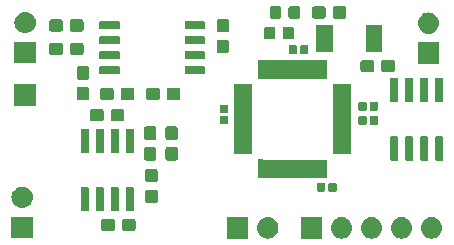
<source format=gbr>
G04 #@! TF.GenerationSoftware,KiCad,Pcbnew,(5.1.2)-2*
G04 #@! TF.CreationDate,2020-05-20T23:18:15+10:00*
G04 #@! TF.ProjectId,Heterodyne,48657465-726f-4647-996e-652e6b696361,rev?*
G04 #@! TF.SameCoordinates,Original*
G04 #@! TF.FileFunction,Soldermask,Top*
G04 #@! TF.FilePolarity,Negative*
%FSLAX46Y46*%
G04 Gerber Fmt 4.6, Leading zero omitted, Abs format (unit mm)*
G04 Created by KiCad (PCBNEW (5.1.2)-2) date 2020-05-20 23:18:15*
%MOMM*%
%LPD*%
G04 APERTURE LIST*
%ADD10C,0.100000*%
G04 APERTURE END LIST*
D10*
G36*
X140020443Y-65355519D02*
G01*
X140086627Y-65362037D01*
X140256466Y-65413557D01*
X140412991Y-65497222D01*
X140438702Y-65518323D01*
X140550186Y-65609814D01*
X140633448Y-65711271D01*
X140662778Y-65747009D01*
X140746443Y-65903534D01*
X140797963Y-66073373D01*
X140815359Y-66250000D01*
X140797963Y-66426627D01*
X140746443Y-66596466D01*
X140662778Y-66752991D01*
X140633448Y-66788729D01*
X140550186Y-66890186D01*
X140448729Y-66973448D01*
X140412991Y-67002778D01*
X140256466Y-67086443D01*
X140086627Y-67137963D01*
X140020442Y-67144482D01*
X139954260Y-67151000D01*
X139865740Y-67151000D01*
X139799558Y-67144482D01*
X139733373Y-67137963D01*
X139563534Y-67086443D01*
X139407009Y-67002778D01*
X139371271Y-66973448D01*
X139269814Y-66890186D01*
X139186552Y-66788729D01*
X139157222Y-66752991D01*
X139073557Y-66596466D01*
X139022037Y-66426627D01*
X139004641Y-66250000D01*
X139022037Y-66073373D01*
X139073557Y-65903534D01*
X139157222Y-65747009D01*
X139186552Y-65711271D01*
X139269814Y-65609814D01*
X139381298Y-65518323D01*
X139407009Y-65497222D01*
X139563534Y-65413557D01*
X139733373Y-65362037D01*
X139799557Y-65355519D01*
X139865740Y-65349000D01*
X139954260Y-65349000D01*
X140020443Y-65355519D01*
X140020443Y-65355519D01*
G37*
G36*
X137480443Y-65355519D02*
G01*
X137546627Y-65362037D01*
X137716466Y-65413557D01*
X137872991Y-65497222D01*
X137898702Y-65518323D01*
X138010186Y-65609814D01*
X138093448Y-65711271D01*
X138122778Y-65747009D01*
X138206443Y-65903534D01*
X138257963Y-66073373D01*
X138275359Y-66250000D01*
X138257963Y-66426627D01*
X138206443Y-66596466D01*
X138122778Y-66752991D01*
X138093448Y-66788729D01*
X138010186Y-66890186D01*
X137908729Y-66973448D01*
X137872991Y-67002778D01*
X137716466Y-67086443D01*
X137546627Y-67137963D01*
X137480442Y-67144482D01*
X137414260Y-67151000D01*
X137325740Y-67151000D01*
X137259558Y-67144482D01*
X137193373Y-67137963D01*
X137023534Y-67086443D01*
X136867009Y-67002778D01*
X136831271Y-66973448D01*
X136729814Y-66890186D01*
X136646552Y-66788729D01*
X136617222Y-66752991D01*
X136533557Y-66596466D01*
X136482037Y-66426627D01*
X136464641Y-66250000D01*
X136482037Y-66073373D01*
X136533557Y-65903534D01*
X136617222Y-65747009D01*
X136646552Y-65711271D01*
X136729814Y-65609814D01*
X136841298Y-65518323D01*
X136867009Y-65497222D01*
X137023534Y-65413557D01*
X137193373Y-65362037D01*
X137259557Y-65355519D01*
X137325740Y-65349000D01*
X137414260Y-65349000D01*
X137480443Y-65355519D01*
X137480443Y-65355519D01*
G37*
G36*
X130651000Y-67151000D02*
G01*
X128849000Y-67151000D01*
X128849000Y-65349000D01*
X130651000Y-65349000D01*
X130651000Y-67151000D01*
X130651000Y-67151000D01*
G37*
G36*
X132400443Y-65355519D02*
G01*
X132466627Y-65362037D01*
X132636466Y-65413557D01*
X132792991Y-65497222D01*
X132818702Y-65518323D01*
X132930186Y-65609814D01*
X133013448Y-65711271D01*
X133042778Y-65747009D01*
X133126443Y-65903534D01*
X133177963Y-66073373D01*
X133195359Y-66250000D01*
X133177963Y-66426627D01*
X133126443Y-66596466D01*
X133042778Y-66752991D01*
X133013448Y-66788729D01*
X132930186Y-66890186D01*
X132828729Y-66973448D01*
X132792991Y-67002778D01*
X132636466Y-67086443D01*
X132466627Y-67137963D01*
X132400442Y-67144482D01*
X132334260Y-67151000D01*
X132245740Y-67151000D01*
X132179558Y-67144482D01*
X132113373Y-67137963D01*
X131943534Y-67086443D01*
X131787009Y-67002778D01*
X131751271Y-66973448D01*
X131649814Y-66890186D01*
X131566552Y-66788729D01*
X131537222Y-66752991D01*
X131453557Y-66596466D01*
X131402037Y-66426627D01*
X131384641Y-66250000D01*
X131402037Y-66073373D01*
X131453557Y-65903534D01*
X131537222Y-65747009D01*
X131566552Y-65711271D01*
X131649814Y-65609814D01*
X131761298Y-65518323D01*
X131787009Y-65497222D01*
X131943534Y-65413557D01*
X132113373Y-65362037D01*
X132179557Y-65355519D01*
X132245740Y-65349000D01*
X132334260Y-65349000D01*
X132400443Y-65355519D01*
X132400443Y-65355519D01*
G37*
G36*
X124401000Y-67151000D02*
G01*
X122599000Y-67151000D01*
X122599000Y-65349000D01*
X124401000Y-65349000D01*
X124401000Y-67151000D01*
X124401000Y-67151000D01*
G37*
G36*
X134940443Y-65355519D02*
G01*
X135006627Y-65362037D01*
X135176466Y-65413557D01*
X135332991Y-65497222D01*
X135358702Y-65518323D01*
X135470186Y-65609814D01*
X135553448Y-65711271D01*
X135582778Y-65747009D01*
X135666443Y-65903534D01*
X135717963Y-66073373D01*
X135735359Y-66250000D01*
X135717963Y-66426627D01*
X135666443Y-66596466D01*
X135582778Y-66752991D01*
X135553448Y-66788729D01*
X135470186Y-66890186D01*
X135368729Y-66973448D01*
X135332991Y-67002778D01*
X135176466Y-67086443D01*
X135006627Y-67137963D01*
X134940442Y-67144482D01*
X134874260Y-67151000D01*
X134785740Y-67151000D01*
X134719558Y-67144482D01*
X134653373Y-67137963D01*
X134483534Y-67086443D01*
X134327009Y-67002778D01*
X134291271Y-66973448D01*
X134189814Y-66890186D01*
X134106552Y-66788729D01*
X134077222Y-66752991D01*
X133993557Y-66596466D01*
X133942037Y-66426627D01*
X133924641Y-66250000D01*
X133942037Y-66073373D01*
X133993557Y-65903534D01*
X134077222Y-65747009D01*
X134106552Y-65711271D01*
X134189814Y-65609814D01*
X134301298Y-65518323D01*
X134327009Y-65497222D01*
X134483534Y-65413557D01*
X134653373Y-65362037D01*
X134719557Y-65355519D01*
X134785740Y-65349000D01*
X134874260Y-65349000D01*
X134940443Y-65355519D01*
X134940443Y-65355519D01*
G37*
G36*
X126150443Y-65355519D02*
G01*
X126216627Y-65362037D01*
X126386466Y-65413557D01*
X126542991Y-65497222D01*
X126568702Y-65518323D01*
X126680186Y-65609814D01*
X126763448Y-65711271D01*
X126792778Y-65747009D01*
X126876443Y-65903534D01*
X126927963Y-66073373D01*
X126945359Y-66250000D01*
X126927963Y-66426627D01*
X126876443Y-66596466D01*
X126792778Y-66752991D01*
X126763448Y-66788729D01*
X126680186Y-66890186D01*
X126578729Y-66973448D01*
X126542991Y-67002778D01*
X126386466Y-67086443D01*
X126216627Y-67137963D01*
X126150442Y-67144482D01*
X126084260Y-67151000D01*
X125995740Y-67151000D01*
X125929558Y-67144482D01*
X125863373Y-67137963D01*
X125693534Y-67086443D01*
X125537009Y-67002778D01*
X125501271Y-66973448D01*
X125399814Y-66890186D01*
X125316552Y-66788729D01*
X125287222Y-66752991D01*
X125203557Y-66596466D01*
X125152037Y-66426627D01*
X125134641Y-66250000D01*
X125152037Y-66073373D01*
X125203557Y-65903534D01*
X125287222Y-65747009D01*
X125316552Y-65711271D01*
X125399814Y-65609814D01*
X125511298Y-65518323D01*
X125537009Y-65497222D01*
X125693534Y-65413557D01*
X125863373Y-65362037D01*
X125929557Y-65355519D01*
X125995740Y-65349000D01*
X126084260Y-65349000D01*
X126150443Y-65355519D01*
X126150443Y-65355519D01*
G37*
G36*
X106151000Y-67101000D02*
G01*
X104349000Y-67101000D01*
X104349000Y-65299000D01*
X106151000Y-65299000D01*
X106151000Y-67101000D01*
X106151000Y-67101000D01*
G37*
G36*
X112939499Y-65478445D02*
G01*
X112976995Y-65489820D01*
X113011554Y-65508292D01*
X113041847Y-65533153D01*
X113066708Y-65563446D01*
X113085180Y-65598005D01*
X113096555Y-65635501D01*
X113101000Y-65680638D01*
X113101000Y-66319362D01*
X113096555Y-66364499D01*
X113085180Y-66401995D01*
X113066708Y-66436554D01*
X113041847Y-66466847D01*
X113011554Y-66491708D01*
X112976995Y-66510180D01*
X112939499Y-66521555D01*
X112894362Y-66526000D01*
X112155638Y-66526000D01*
X112110501Y-66521555D01*
X112073005Y-66510180D01*
X112038446Y-66491708D01*
X112008153Y-66466847D01*
X111983292Y-66436554D01*
X111964820Y-66401995D01*
X111953445Y-66364499D01*
X111949000Y-66319362D01*
X111949000Y-65680638D01*
X111953445Y-65635501D01*
X111964820Y-65598005D01*
X111983292Y-65563446D01*
X112008153Y-65533153D01*
X112038446Y-65508292D01*
X112073005Y-65489820D01*
X112110501Y-65478445D01*
X112155638Y-65474000D01*
X112894362Y-65474000D01*
X112939499Y-65478445D01*
X112939499Y-65478445D01*
G37*
G36*
X114689499Y-65478445D02*
G01*
X114726995Y-65489820D01*
X114761554Y-65508292D01*
X114791847Y-65533153D01*
X114816708Y-65563446D01*
X114835180Y-65598005D01*
X114846555Y-65635501D01*
X114851000Y-65680638D01*
X114851000Y-66319362D01*
X114846555Y-66364499D01*
X114835180Y-66401995D01*
X114816708Y-66436554D01*
X114791847Y-66466847D01*
X114761554Y-66491708D01*
X114726995Y-66510180D01*
X114689499Y-66521555D01*
X114644362Y-66526000D01*
X113905638Y-66526000D01*
X113860501Y-66521555D01*
X113823005Y-66510180D01*
X113788446Y-66491708D01*
X113758153Y-66466847D01*
X113733292Y-66436554D01*
X113714820Y-66401995D01*
X113703445Y-66364499D01*
X113699000Y-66319362D01*
X113699000Y-65680638D01*
X113703445Y-65635501D01*
X113714820Y-65598005D01*
X113733292Y-65563446D01*
X113758153Y-65533153D01*
X113788446Y-65508292D01*
X113823005Y-65489820D01*
X113860501Y-65478445D01*
X113905638Y-65474000D01*
X114644362Y-65474000D01*
X114689499Y-65478445D01*
X114689499Y-65478445D01*
G37*
G36*
X114614928Y-62801764D02*
G01*
X114636009Y-62808160D01*
X114655445Y-62818548D01*
X114672476Y-62832524D01*
X114686452Y-62849555D01*
X114696840Y-62868991D01*
X114703236Y-62890072D01*
X114706000Y-62918140D01*
X114706000Y-64731860D01*
X114703236Y-64759928D01*
X114696840Y-64781009D01*
X114686452Y-64800445D01*
X114672476Y-64817476D01*
X114655445Y-64831452D01*
X114636009Y-64841840D01*
X114614928Y-64848236D01*
X114586860Y-64851000D01*
X114123140Y-64851000D01*
X114095072Y-64848236D01*
X114073991Y-64841840D01*
X114054555Y-64831452D01*
X114037524Y-64817476D01*
X114023548Y-64800445D01*
X114013160Y-64781009D01*
X114006764Y-64759928D01*
X114004000Y-64731860D01*
X114004000Y-62918140D01*
X114006764Y-62890072D01*
X114013160Y-62868991D01*
X114023548Y-62849555D01*
X114037524Y-62832524D01*
X114054555Y-62818548D01*
X114073991Y-62808160D01*
X114095072Y-62801764D01*
X114123140Y-62799000D01*
X114586860Y-62799000D01*
X114614928Y-62801764D01*
X114614928Y-62801764D01*
G37*
G36*
X113344928Y-62801764D02*
G01*
X113366009Y-62808160D01*
X113385445Y-62818548D01*
X113402476Y-62832524D01*
X113416452Y-62849555D01*
X113426840Y-62868991D01*
X113433236Y-62890072D01*
X113436000Y-62918140D01*
X113436000Y-64731860D01*
X113433236Y-64759928D01*
X113426840Y-64781009D01*
X113416452Y-64800445D01*
X113402476Y-64817476D01*
X113385445Y-64831452D01*
X113366009Y-64841840D01*
X113344928Y-64848236D01*
X113316860Y-64851000D01*
X112853140Y-64851000D01*
X112825072Y-64848236D01*
X112803991Y-64841840D01*
X112784555Y-64831452D01*
X112767524Y-64817476D01*
X112753548Y-64800445D01*
X112743160Y-64781009D01*
X112736764Y-64759928D01*
X112734000Y-64731860D01*
X112734000Y-62918140D01*
X112736764Y-62890072D01*
X112743160Y-62868991D01*
X112753548Y-62849555D01*
X112767524Y-62832524D01*
X112784555Y-62818548D01*
X112803991Y-62808160D01*
X112825072Y-62801764D01*
X112853140Y-62799000D01*
X113316860Y-62799000D01*
X113344928Y-62801764D01*
X113344928Y-62801764D01*
G37*
G36*
X112074928Y-62801764D02*
G01*
X112096009Y-62808160D01*
X112115445Y-62818548D01*
X112132476Y-62832524D01*
X112146452Y-62849555D01*
X112156840Y-62868991D01*
X112163236Y-62890072D01*
X112166000Y-62918140D01*
X112166000Y-64731860D01*
X112163236Y-64759928D01*
X112156840Y-64781009D01*
X112146452Y-64800445D01*
X112132476Y-64817476D01*
X112115445Y-64831452D01*
X112096009Y-64841840D01*
X112074928Y-64848236D01*
X112046860Y-64851000D01*
X111583140Y-64851000D01*
X111555072Y-64848236D01*
X111533991Y-64841840D01*
X111514555Y-64831452D01*
X111497524Y-64817476D01*
X111483548Y-64800445D01*
X111473160Y-64781009D01*
X111466764Y-64759928D01*
X111464000Y-64731860D01*
X111464000Y-62918140D01*
X111466764Y-62890072D01*
X111473160Y-62868991D01*
X111483548Y-62849555D01*
X111497524Y-62832524D01*
X111514555Y-62818548D01*
X111533991Y-62808160D01*
X111555072Y-62801764D01*
X111583140Y-62799000D01*
X112046860Y-62799000D01*
X112074928Y-62801764D01*
X112074928Y-62801764D01*
G37*
G36*
X110804928Y-62801764D02*
G01*
X110826009Y-62808160D01*
X110845445Y-62818548D01*
X110862476Y-62832524D01*
X110876452Y-62849555D01*
X110886840Y-62868991D01*
X110893236Y-62890072D01*
X110896000Y-62918140D01*
X110896000Y-64731860D01*
X110893236Y-64759928D01*
X110886840Y-64781009D01*
X110876452Y-64800445D01*
X110862476Y-64817476D01*
X110845445Y-64831452D01*
X110826009Y-64841840D01*
X110804928Y-64848236D01*
X110776860Y-64851000D01*
X110313140Y-64851000D01*
X110285072Y-64848236D01*
X110263991Y-64841840D01*
X110244555Y-64831452D01*
X110227524Y-64817476D01*
X110213548Y-64800445D01*
X110203160Y-64781009D01*
X110196764Y-64759928D01*
X110194000Y-64731860D01*
X110194000Y-62918140D01*
X110196764Y-62890072D01*
X110203160Y-62868991D01*
X110213548Y-62849555D01*
X110227524Y-62832524D01*
X110244555Y-62818548D01*
X110263991Y-62808160D01*
X110285072Y-62801764D01*
X110313140Y-62799000D01*
X110776860Y-62799000D01*
X110804928Y-62801764D01*
X110804928Y-62801764D01*
G37*
G36*
X105360443Y-62765519D02*
G01*
X105426627Y-62772037D01*
X105596466Y-62823557D01*
X105596468Y-62823558D01*
X105646691Y-62850403D01*
X105752991Y-62907222D01*
X105788729Y-62936552D01*
X105890186Y-63019814D01*
X105958090Y-63102557D01*
X106002778Y-63157009D01*
X106086443Y-63313534D01*
X106137963Y-63483373D01*
X106155359Y-63660000D01*
X106137963Y-63836627D01*
X106086443Y-64006466D01*
X106002778Y-64162991D01*
X105973448Y-64198729D01*
X105890186Y-64300186D01*
X105788729Y-64383448D01*
X105752991Y-64412778D01*
X105596466Y-64496443D01*
X105426627Y-64547963D01*
X105360442Y-64554482D01*
X105294260Y-64561000D01*
X105205740Y-64561000D01*
X105139558Y-64554482D01*
X105073373Y-64547963D01*
X104903534Y-64496443D01*
X104747009Y-64412778D01*
X104711271Y-64383448D01*
X104609814Y-64300186D01*
X104526552Y-64198729D01*
X104497222Y-64162991D01*
X104413557Y-64006466D01*
X104362037Y-63836627D01*
X104344641Y-63660000D01*
X104362037Y-63483373D01*
X104413557Y-63313534D01*
X104497222Y-63157009D01*
X104541910Y-63102557D01*
X104609814Y-63019814D01*
X104711271Y-62936552D01*
X104747009Y-62907222D01*
X104853309Y-62850403D01*
X104903532Y-62823558D01*
X104903534Y-62823557D01*
X105073373Y-62772037D01*
X105139557Y-62765519D01*
X105205740Y-62759000D01*
X105294260Y-62759000D01*
X105360443Y-62765519D01*
X105360443Y-62765519D01*
G37*
G36*
X116564499Y-63003445D02*
G01*
X116601995Y-63014820D01*
X116636554Y-63033292D01*
X116666847Y-63058153D01*
X116691708Y-63088446D01*
X116710180Y-63123005D01*
X116721555Y-63160501D01*
X116726000Y-63205638D01*
X116726000Y-63944362D01*
X116721555Y-63989499D01*
X116710180Y-64026995D01*
X116691708Y-64061554D01*
X116666847Y-64091847D01*
X116636554Y-64116708D01*
X116601995Y-64135180D01*
X116564499Y-64146555D01*
X116519362Y-64151000D01*
X115880638Y-64151000D01*
X115835501Y-64146555D01*
X115798005Y-64135180D01*
X115763446Y-64116708D01*
X115733153Y-64091847D01*
X115708292Y-64061554D01*
X115689820Y-64026995D01*
X115678445Y-63989499D01*
X115674000Y-63944362D01*
X115674000Y-63205638D01*
X115678445Y-63160501D01*
X115689820Y-63123005D01*
X115708292Y-63088446D01*
X115733153Y-63058153D01*
X115763446Y-63033292D01*
X115798005Y-63014820D01*
X115835501Y-63003445D01*
X115880638Y-62999000D01*
X116519362Y-62999000D01*
X116564499Y-63003445D01*
X116564499Y-63003445D01*
G37*
G36*
X130821938Y-62431716D02*
G01*
X130842557Y-62437971D01*
X130861553Y-62448124D01*
X130878208Y-62461792D01*
X130891876Y-62478447D01*
X130902029Y-62497443D01*
X130908284Y-62518062D01*
X130911000Y-62545640D01*
X130911000Y-63054360D01*
X130908284Y-63081938D01*
X130902029Y-63102557D01*
X130891876Y-63121553D01*
X130878208Y-63138208D01*
X130861553Y-63151876D01*
X130842557Y-63162029D01*
X130821938Y-63168284D01*
X130794360Y-63171000D01*
X130335640Y-63171000D01*
X130308062Y-63168284D01*
X130287443Y-63162029D01*
X130268447Y-63151876D01*
X130251792Y-63138208D01*
X130238124Y-63121553D01*
X130227971Y-63102557D01*
X130221716Y-63081938D01*
X130219000Y-63054360D01*
X130219000Y-62545640D01*
X130221716Y-62518062D01*
X130227971Y-62497443D01*
X130238124Y-62478447D01*
X130251792Y-62461792D01*
X130268447Y-62448124D01*
X130287443Y-62437971D01*
X130308062Y-62431716D01*
X130335640Y-62429000D01*
X130794360Y-62429000D01*
X130821938Y-62431716D01*
X130821938Y-62431716D01*
G37*
G36*
X131791938Y-62431716D02*
G01*
X131812557Y-62437971D01*
X131831553Y-62448124D01*
X131848208Y-62461792D01*
X131861876Y-62478447D01*
X131872029Y-62497443D01*
X131878284Y-62518062D01*
X131881000Y-62545640D01*
X131881000Y-63054360D01*
X131878284Y-63081938D01*
X131872029Y-63102557D01*
X131861876Y-63121553D01*
X131848208Y-63138208D01*
X131831553Y-63151876D01*
X131812557Y-63162029D01*
X131791938Y-63168284D01*
X131764360Y-63171000D01*
X131305640Y-63171000D01*
X131278062Y-63168284D01*
X131257443Y-63162029D01*
X131238447Y-63151876D01*
X131221792Y-63138208D01*
X131208124Y-63121553D01*
X131197971Y-63102557D01*
X131191716Y-63081938D01*
X131189000Y-63054360D01*
X131189000Y-62545640D01*
X131191716Y-62518062D01*
X131197971Y-62497443D01*
X131208124Y-62478447D01*
X131221792Y-62461792D01*
X131238447Y-62448124D01*
X131257443Y-62437971D01*
X131278062Y-62431716D01*
X131305640Y-62429000D01*
X131764360Y-62429000D01*
X131791938Y-62431716D01*
X131791938Y-62431716D01*
G37*
G36*
X116564499Y-61253445D02*
G01*
X116601995Y-61264820D01*
X116636554Y-61283292D01*
X116666847Y-61308153D01*
X116691708Y-61338446D01*
X116710180Y-61373005D01*
X116721555Y-61410501D01*
X116726000Y-61455638D01*
X116726000Y-62194362D01*
X116721555Y-62239499D01*
X116710180Y-62276995D01*
X116691708Y-62311554D01*
X116666847Y-62341847D01*
X116636554Y-62366708D01*
X116601995Y-62385180D01*
X116564499Y-62396555D01*
X116519362Y-62401000D01*
X115880638Y-62401000D01*
X115835501Y-62396555D01*
X115798005Y-62385180D01*
X115763446Y-62366708D01*
X115733153Y-62341847D01*
X115708292Y-62311554D01*
X115689820Y-62276995D01*
X115678445Y-62239499D01*
X115674000Y-62194362D01*
X115674000Y-61455638D01*
X115678445Y-61410501D01*
X115689820Y-61373005D01*
X115708292Y-61338446D01*
X115733153Y-61308153D01*
X115763446Y-61283292D01*
X115798005Y-61264820D01*
X115835501Y-61253445D01*
X115880638Y-61249000D01*
X116519362Y-61249000D01*
X116564499Y-61253445D01*
X116564499Y-61253445D01*
G37*
G36*
X125656553Y-60452934D02*
G01*
X125678164Y-60464485D01*
X125701613Y-60471598D01*
X125725999Y-60474000D01*
X131101000Y-60474000D01*
X131101000Y-62026000D01*
X125654333Y-62026000D01*
X125643447Y-62017066D01*
X125621836Y-62005515D01*
X125598387Y-61998402D01*
X125574001Y-61996000D01*
X125199000Y-61996000D01*
X125199000Y-60444000D01*
X125645667Y-60444000D01*
X125656553Y-60452934D01*
X125656553Y-60452934D01*
G37*
G36*
X116464499Y-59403445D02*
G01*
X116501995Y-59414820D01*
X116536554Y-59433292D01*
X116566847Y-59458153D01*
X116591708Y-59488446D01*
X116610180Y-59523005D01*
X116621555Y-59560501D01*
X116626000Y-59605638D01*
X116626000Y-60344362D01*
X116621555Y-60389499D01*
X116610180Y-60426995D01*
X116591708Y-60461554D01*
X116566847Y-60491847D01*
X116536554Y-60516708D01*
X116501995Y-60535180D01*
X116464499Y-60546555D01*
X116419362Y-60551000D01*
X115780638Y-60551000D01*
X115735501Y-60546555D01*
X115698005Y-60535180D01*
X115663446Y-60516708D01*
X115633153Y-60491847D01*
X115608292Y-60461554D01*
X115589820Y-60426995D01*
X115578445Y-60389499D01*
X115574000Y-60344362D01*
X115574000Y-59605638D01*
X115578445Y-59560501D01*
X115589820Y-59523005D01*
X115608292Y-59488446D01*
X115633153Y-59458153D01*
X115663446Y-59433292D01*
X115698005Y-59414820D01*
X115735501Y-59403445D01*
X115780638Y-59399000D01*
X116419362Y-59399000D01*
X116464499Y-59403445D01*
X116464499Y-59403445D01*
G37*
G36*
X118264499Y-59403445D02*
G01*
X118301995Y-59414820D01*
X118336554Y-59433292D01*
X118366847Y-59458153D01*
X118391708Y-59488446D01*
X118410180Y-59523005D01*
X118421555Y-59560501D01*
X118426000Y-59605638D01*
X118426000Y-60344362D01*
X118421555Y-60389499D01*
X118410180Y-60426995D01*
X118391708Y-60461554D01*
X118366847Y-60491847D01*
X118336554Y-60516708D01*
X118301995Y-60535180D01*
X118264499Y-60546555D01*
X118219362Y-60551000D01*
X117580638Y-60551000D01*
X117535501Y-60546555D01*
X117498005Y-60535180D01*
X117463446Y-60516708D01*
X117433153Y-60491847D01*
X117408292Y-60461554D01*
X117389820Y-60426995D01*
X117378445Y-60389499D01*
X117374000Y-60344362D01*
X117374000Y-59605638D01*
X117378445Y-59560501D01*
X117389820Y-59523005D01*
X117408292Y-59488446D01*
X117433153Y-59458153D01*
X117463446Y-59433292D01*
X117498005Y-59414820D01*
X117535501Y-59403445D01*
X117580638Y-59399000D01*
X118219362Y-59399000D01*
X118264499Y-59403445D01*
X118264499Y-59403445D01*
G37*
G36*
X137004928Y-58501764D02*
G01*
X137026009Y-58508160D01*
X137045445Y-58518548D01*
X137062476Y-58532524D01*
X137076452Y-58549555D01*
X137086840Y-58568991D01*
X137093236Y-58590072D01*
X137096000Y-58618140D01*
X137096000Y-60431860D01*
X137093236Y-60459928D01*
X137086840Y-60481009D01*
X137076452Y-60500445D01*
X137062476Y-60517476D01*
X137045445Y-60531452D01*
X137026009Y-60541840D01*
X137004928Y-60548236D01*
X136976860Y-60551000D01*
X136513140Y-60551000D01*
X136485072Y-60548236D01*
X136463991Y-60541840D01*
X136444555Y-60531452D01*
X136427524Y-60517476D01*
X136413548Y-60500445D01*
X136403160Y-60481009D01*
X136396764Y-60459928D01*
X136394000Y-60431860D01*
X136394000Y-58618140D01*
X136396764Y-58590072D01*
X136403160Y-58568991D01*
X136413548Y-58549555D01*
X136427524Y-58532524D01*
X136444555Y-58518548D01*
X136463991Y-58508160D01*
X136485072Y-58501764D01*
X136513140Y-58499000D01*
X136976860Y-58499000D01*
X137004928Y-58501764D01*
X137004928Y-58501764D01*
G37*
G36*
X139544928Y-58501764D02*
G01*
X139566009Y-58508160D01*
X139585445Y-58518548D01*
X139602476Y-58532524D01*
X139616452Y-58549555D01*
X139626840Y-58568991D01*
X139633236Y-58590072D01*
X139636000Y-58618140D01*
X139636000Y-60431860D01*
X139633236Y-60459928D01*
X139626840Y-60481009D01*
X139616452Y-60500445D01*
X139602476Y-60517476D01*
X139585445Y-60531452D01*
X139566009Y-60541840D01*
X139544928Y-60548236D01*
X139516860Y-60551000D01*
X139053140Y-60551000D01*
X139025072Y-60548236D01*
X139003991Y-60541840D01*
X138984555Y-60531452D01*
X138967524Y-60517476D01*
X138953548Y-60500445D01*
X138943160Y-60481009D01*
X138936764Y-60459928D01*
X138934000Y-60431860D01*
X138934000Y-58618140D01*
X138936764Y-58590072D01*
X138943160Y-58568991D01*
X138953548Y-58549555D01*
X138967524Y-58532524D01*
X138984555Y-58518548D01*
X139003991Y-58508160D01*
X139025072Y-58501764D01*
X139053140Y-58499000D01*
X139516860Y-58499000D01*
X139544928Y-58501764D01*
X139544928Y-58501764D01*
G37*
G36*
X140814928Y-58501764D02*
G01*
X140836009Y-58508160D01*
X140855445Y-58518548D01*
X140872476Y-58532524D01*
X140886452Y-58549555D01*
X140896840Y-58568991D01*
X140903236Y-58590072D01*
X140906000Y-58618140D01*
X140906000Y-60431860D01*
X140903236Y-60459928D01*
X140896840Y-60481009D01*
X140886452Y-60500445D01*
X140872476Y-60517476D01*
X140855445Y-60531452D01*
X140836009Y-60541840D01*
X140814928Y-60548236D01*
X140786860Y-60551000D01*
X140323140Y-60551000D01*
X140295072Y-60548236D01*
X140273991Y-60541840D01*
X140254555Y-60531452D01*
X140237524Y-60517476D01*
X140223548Y-60500445D01*
X140213160Y-60481009D01*
X140206764Y-60459928D01*
X140204000Y-60431860D01*
X140204000Y-58618140D01*
X140206764Y-58590072D01*
X140213160Y-58568991D01*
X140223548Y-58549555D01*
X140237524Y-58532524D01*
X140254555Y-58518548D01*
X140273991Y-58508160D01*
X140295072Y-58501764D01*
X140323140Y-58499000D01*
X140786860Y-58499000D01*
X140814928Y-58501764D01*
X140814928Y-58501764D01*
G37*
G36*
X138274928Y-58501764D02*
G01*
X138296009Y-58508160D01*
X138315445Y-58518548D01*
X138332476Y-58532524D01*
X138346452Y-58549555D01*
X138356840Y-58568991D01*
X138363236Y-58590072D01*
X138366000Y-58618140D01*
X138366000Y-60431860D01*
X138363236Y-60459928D01*
X138356840Y-60481009D01*
X138346452Y-60500445D01*
X138332476Y-60517476D01*
X138315445Y-60531452D01*
X138296009Y-60541840D01*
X138274928Y-60548236D01*
X138246860Y-60551000D01*
X137783140Y-60551000D01*
X137755072Y-60548236D01*
X137733991Y-60541840D01*
X137714555Y-60531452D01*
X137697524Y-60517476D01*
X137683548Y-60500445D01*
X137673160Y-60481009D01*
X137666764Y-60459928D01*
X137664000Y-60431860D01*
X137664000Y-58618140D01*
X137666764Y-58590072D01*
X137673160Y-58568991D01*
X137683548Y-58549555D01*
X137697524Y-58532524D01*
X137714555Y-58518548D01*
X137733991Y-58508160D01*
X137755072Y-58501764D01*
X137783140Y-58499000D01*
X138246860Y-58499000D01*
X138274928Y-58501764D01*
X138274928Y-58501764D01*
G37*
G36*
X133126000Y-60001000D02*
G01*
X131574000Y-60001000D01*
X131574000Y-54099000D01*
X133126000Y-54099000D01*
X133126000Y-60001000D01*
X133126000Y-60001000D01*
G37*
G36*
X124726000Y-60001000D02*
G01*
X123174000Y-60001000D01*
X123174000Y-54099000D01*
X124726000Y-54099000D01*
X124726000Y-60001000D01*
X124726000Y-60001000D01*
G37*
G36*
X114614928Y-57851764D02*
G01*
X114636009Y-57858160D01*
X114655445Y-57868548D01*
X114672476Y-57882524D01*
X114686452Y-57899555D01*
X114696840Y-57918991D01*
X114703236Y-57940072D01*
X114706000Y-57968140D01*
X114706000Y-59781860D01*
X114703236Y-59809928D01*
X114696840Y-59831009D01*
X114686452Y-59850445D01*
X114672476Y-59867476D01*
X114655445Y-59881452D01*
X114636009Y-59891840D01*
X114614928Y-59898236D01*
X114586860Y-59901000D01*
X114123140Y-59901000D01*
X114095072Y-59898236D01*
X114073991Y-59891840D01*
X114054555Y-59881452D01*
X114037524Y-59867476D01*
X114023548Y-59850445D01*
X114013160Y-59831009D01*
X114006764Y-59809928D01*
X114004000Y-59781860D01*
X114004000Y-57968140D01*
X114006764Y-57940072D01*
X114013160Y-57918991D01*
X114023548Y-57899555D01*
X114037524Y-57882524D01*
X114054555Y-57868548D01*
X114073991Y-57858160D01*
X114095072Y-57851764D01*
X114123140Y-57849000D01*
X114586860Y-57849000D01*
X114614928Y-57851764D01*
X114614928Y-57851764D01*
G37*
G36*
X113344928Y-57851764D02*
G01*
X113366009Y-57858160D01*
X113385445Y-57868548D01*
X113402476Y-57882524D01*
X113416452Y-57899555D01*
X113426840Y-57918991D01*
X113433236Y-57940072D01*
X113436000Y-57968140D01*
X113436000Y-59781860D01*
X113433236Y-59809928D01*
X113426840Y-59831009D01*
X113416452Y-59850445D01*
X113402476Y-59867476D01*
X113385445Y-59881452D01*
X113366009Y-59891840D01*
X113344928Y-59898236D01*
X113316860Y-59901000D01*
X112853140Y-59901000D01*
X112825072Y-59898236D01*
X112803991Y-59891840D01*
X112784555Y-59881452D01*
X112767524Y-59867476D01*
X112753548Y-59850445D01*
X112743160Y-59831009D01*
X112736764Y-59809928D01*
X112734000Y-59781860D01*
X112734000Y-57968140D01*
X112736764Y-57940072D01*
X112743160Y-57918991D01*
X112753548Y-57899555D01*
X112767524Y-57882524D01*
X112784555Y-57868548D01*
X112803991Y-57858160D01*
X112825072Y-57851764D01*
X112853140Y-57849000D01*
X113316860Y-57849000D01*
X113344928Y-57851764D01*
X113344928Y-57851764D01*
G37*
G36*
X112074928Y-57851764D02*
G01*
X112096009Y-57858160D01*
X112115445Y-57868548D01*
X112132476Y-57882524D01*
X112146452Y-57899555D01*
X112156840Y-57918991D01*
X112163236Y-57940072D01*
X112166000Y-57968140D01*
X112166000Y-59781860D01*
X112163236Y-59809928D01*
X112156840Y-59831009D01*
X112146452Y-59850445D01*
X112132476Y-59867476D01*
X112115445Y-59881452D01*
X112096009Y-59891840D01*
X112074928Y-59898236D01*
X112046860Y-59901000D01*
X111583140Y-59901000D01*
X111555072Y-59898236D01*
X111533991Y-59891840D01*
X111514555Y-59881452D01*
X111497524Y-59867476D01*
X111483548Y-59850445D01*
X111473160Y-59831009D01*
X111466764Y-59809928D01*
X111464000Y-59781860D01*
X111464000Y-57968140D01*
X111466764Y-57940072D01*
X111473160Y-57918991D01*
X111483548Y-57899555D01*
X111497524Y-57882524D01*
X111514555Y-57868548D01*
X111533991Y-57858160D01*
X111555072Y-57851764D01*
X111583140Y-57849000D01*
X112046860Y-57849000D01*
X112074928Y-57851764D01*
X112074928Y-57851764D01*
G37*
G36*
X110804928Y-57851764D02*
G01*
X110826009Y-57858160D01*
X110845445Y-57868548D01*
X110862476Y-57882524D01*
X110876452Y-57899555D01*
X110886840Y-57918991D01*
X110893236Y-57940072D01*
X110896000Y-57968140D01*
X110896000Y-59781860D01*
X110893236Y-59809928D01*
X110886840Y-59831009D01*
X110876452Y-59850445D01*
X110862476Y-59867476D01*
X110845445Y-59881452D01*
X110826009Y-59891840D01*
X110804928Y-59898236D01*
X110776860Y-59901000D01*
X110313140Y-59901000D01*
X110285072Y-59898236D01*
X110263991Y-59891840D01*
X110244555Y-59881452D01*
X110227524Y-59867476D01*
X110213548Y-59850445D01*
X110203160Y-59831009D01*
X110196764Y-59809928D01*
X110194000Y-59781860D01*
X110194000Y-57968140D01*
X110196764Y-57940072D01*
X110203160Y-57918991D01*
X110213548Y-57899555D01*
X110227524Y-57882524D01*
X110244555Y-57868548D01*
X110263991Y-57858160D01*
X110285072Y-57851764D01*
X110313140Y-57849000D01*
X110776860Y-57849000D01*
X110804928Y-57851764D01*
X110804928Y-57851764D01*
G37*
G36*
X118264499Y-57653445D02*
G01*
X118301995Y-57664820D01*
X118336554Y-57683292D01*
X118366847Y-57708153D01*
X118391708Y-57738446D01*
X118410180Y-57773005D01*
X118421555Y-57810501D01*
X118426000Y-57855638D01*
X118426000Y-58594362D01*
X118421555Y-58639499D01*
X118410180Y-58676995D01*
X118391708Y-58711554D01*
X118366847Y-58741847D01*
X118336554Y-58766708D01*
X118301995Y-58785180D01*
X118264499Y-58796555D01*
X118219362Y-58801000D01*
X117580638Y-58801000D01*
X117535501Y-58796555D01*
X117498005Y-58785180D01*
X117463446Y-58766708D01*
X117433153Y-58741847D01*
X117408292Y-58711554D01*
X117389820Y-58676995D01*
X117378445Y-58639499D01*
X117374000Y-58594362D01*
X117374000Y-57855638D01*
X117378445Y-57810501D01*
X117389820Y-57773005D01*
X117408292Y-57738446D01*
X117433153Y-57708153D01*
X117463446Y-57683292D01*
X117498005Y-57664820D01*
X117535501Y-57653445D01*
X117580638Y-57649000D01*
X118219362Y-57649000D01*
X118264499Y-57653445D01*
X118264499Y-57653445D01*
G37*
G36*
X116464499Y-57653445D02*
G01*
X116501995Y-57664820D01*
X116536554Y-57683292D01*
X116566847Y-57708153D01*
X116591708Y-57738446D01*
X116610180Y-57773005D01*
X116621555Y-57810501D01*
X116626000Y-57855638D01*
X116626000Y-58594362D01*
X116621555Y-58639499D01*
X116610180Y-58676995D01*
X116591708Y-58711554D01*
X116566847Y-58741847D01*
X116536554Y-58766708D01*
X116501995Y-58785180D01*
X116464499Y-58796555D01*
X116419362Y-58801000D01*
X115780638Y-58801000D01*
X115735501Y-58796555D01*
X115698005Y-58785180D01*
X115663446Y-58766708D01*
X115633153Y-58741847D01*
X115608292Y-58711554D01*
X115589820Y-58676995D01*
X115578445Y-58639499D01*
X115574000Y-58594362D01*
X115574000Y-57855638D01*
X115578445Y-57810501D01*
X115589820Y-57773005D01*
X115608292Y-57738446D01*
X115633153Y-57708153D01*
X115663446Y-57683292D01*
X115698005Y-57664820D01*
X115735501Y-57653445D01*
X115780638Y-57649000D01*
X116419362Y-57649000D01*
X116464499Y-57653445D01*
X116464499Y-57653445D01*
G37*
G36*
X135291938Y-56781716D02*
G01*
X135312557Y-56787971D01*
X135331553Y-56798124D01*
X135348208Y-56811792D01*
X135361876Y-56828447D01*
X135372029Y-56847443D01*
X135378284Y-56868062D01*
X135381000Y-56895640D01*
X135381000Y-57404360D01*
X135378284Y-57431938D01*
X135372029Y-57452557D01*
X135361876Y-57471553D01*
X135348208Y-57488208D01*
X135331553Y-57501876D01*
X135312557Y-57512029D01*
X135291938Y-57518284D01*
X135264360Y-57521000D01*
X134805640Y-57521000D01*
X134778062Y-57518284D01*
X134757443Y-57512029D01*
X134738447Y-57501876D01*
X134721792Y-57488208D01*
X134708124Y-57471553D01*
X134697971Y-57452557D01*
X134691716Y-57431938D01*
X134689000Y-57404360D01*
X134689000Y-56895640D01*
X134691716Y-56868062D01*
X134697971Y-56847443D01*
X134708124Y-56828447D01*
X134721792Y-56811792D01*
X134738447Y-56798124D01*
X134757443Y-56787971D01*
X134778062Y-56781716D01*
X134805640Y-56779000D01*
X135264360Y-56779000D01*
X135291938Y-56781716D01*
X135291938Y-56781716D01*
G37*
G36*
X134321938Y-56781716D02*
G01*
X134342557Y-56787971D01*
X134361553Y-56798124D01*
X134378208Y-56811792D01*
X134391876Y-56828447D01*
X134402029Y-56847443D01*
X134408284Y-56868062D01*
X134411000Y-56895640D01*
X134411000Y-57404360D01*
X134408284Y-57431938D01*
X134402029Y-57452557D01*
X134391876Y-57471553D01*
X134378208Y-57488208D01*
X134361553Y-57501876D01*
X134342557Y-57512029D01*
X134321938Y-57518284D01*
X134294360Y-57521000D01*
X133835640Y-57521000D01*
X133808062Y-57518284D01*
X133787443Y-57512029D01*
X133768447Y-57501876D01*
X133751792Y-57488208D01*
X133738124Y-57471553D01*
X133727971Y-57452557D01*
X133721716Y-57431938D01*
X133719000Y-57404360D01*
X133719000Y-56895640D01*
X133721716Y-56868062D01*
X133727971Y-56847443D01*
X133738124Y-56828447D01*
X133751792Y-56811792D01*
X133768447Y-56798124D01*
X133787443Y-56787971D01*
X133808062Y-56781716D01*
X133835640Y-56779000D01*
X134294360Y-56779000D01*
X134321938Y-56781716D01*
X134321938Y-56781716D01*
G37*
G36*
X122631938Y-56791716D02*
G01*
X122652557Y-56797971D01*
X122671553Y-56808124D01*
X122688208Y-56821792D01*
X122701876Y-56838447D01*
X122712029Y-56857443D01*
X122718284Y-56878062D01*
X122721000Y-56905640D01*
X122721000Y-57364360D01*
X122718284Y-57391938D01*
X122712029Y-57412557D01*
X122701876Y-57431553D01*
X122688208Y-57448208D01*
X122671553Y-57461876D01*
X122652557Y-57472029D01*
X122631938Y-57478284D01*
X122604360Y-57481000D01*
X122095640Y-57481000D01*
X122068062Y-57478284D01*
X122047443Y-57472029D01*
X122028447Y-57461876D01*
X122011792Y-57448208D01*
X121998124Y-57431553D01*
X121987971Y-57412557D01*
X121981716Y-57391938D01*
X121979000Y-57364360D01*
X121979000Y-56905640D01*
X121981716Y-56878062D01*
X121987971Y-56857443D01*
X121998124Y-56838447D01*
X122011792Y-56821792D01*
X122028447Y-56808124D01*
X122047443Y-56797971D01*
X122068062Y-56791716D01*
X122095640Y-56789000D01*
X122604360Y-56789000D01*
X122631938Y-56791716D01*
X122631938Y-56791716D01*
G37*
G36*
X113739499Y-56178445D02*
G01*
X113776995Y-56189820D01*
X113811554Y-56208292D01*
X113841847Y-56233153D01*
X113866708Y-56263446D01*
X113885180Y-56298005D01*
X113896555Y-56335501D01*
X113901000Y-56380638D01*
X113901000Y-57019362D01*
X113896555Y-57064499D01*
X113885180Y-57101995D01*
X113866708Y-57136554D01*
X113841847Y-57166847D01*
X113811554Y-57191708D01*
X113776995Y-57210180D01*
X113739499Y-57221555D01*
X113694362Y-57226000D01*
X112955638Y-57226000D01*
X112910501Y-57221555D01*
X112873005Y-57210180D01*
X112838446Y-57191708D01*
X112808153Y-57166847D01*
X112783292Y-57136554D01*
X112764820Y-57101995D01*
X112753445Y-57064499D01*
X112749000Y-57019362D01*
X112749000Y-56380638D01*
X112753445Y-56335501D01*
X112764820Y-56298005D01*
X112783292Y-56263446D01*
X112808153Y-56233153D01*
X112838446Y-56208292D01*
X112873005Y-56189820D01*
X112910501Y-56178445D01*
X112955638Y-56174000D01*
X113694362Y-56174000D01*
X113739499Y-56178445D01*
X113739499Y-56178445D01*
G37*
G36*
X111989499Y-56178445D02*
G01*
X112026995Y-56189820D01*
X112061554Y-56208292D01*
X112091847Y-56233153D01*
X112116708Y-56263446D01*
X112135180Y-56298005D01*
X112146555Y-56335501D01*
X112151000Y-56380638D01*
X112151000Y-57019362D01*
X112146555Y-57064499D01*
X112135180Y-57101995D01*
X112116708Y-57136554D01*
X112091847Y-57166847D01*
X112061554Y-57191708D01*
X112026995Y-57210180D01*
X111989499Y-57221555D01*
X111944362Y-57226000D01*
X111205638Y-57226000D01*
X111160501Y-57221555D01*
X111123005Y-57210180D01*
X111088446Y-57191708D01*
X111058153Y-57166847D01*
X111033292Y-57136554D01*
X111014820Y-57101995D01*
X111003445Y-57064499D01*
X110999000Y-57019362D01*
X110999000Y-56380638D01*
X111003445Y-56335501D01*
X111014820Y-56298005D01*
X111033292Y-56263446D01*
X111058153Y-56233153D01*
X111088446Y-56208292D01*
X111123005Y-56189820D01*
X111160501Y-56178445D01*
X111205638Y-56174000D01*
X111944362Y-56174000D01*
X111989499Y-56178445D01*
X111989499Y-56178445D01*
G37*
G36*
X122631938Y-55821716D02*
G01*
X122652557Y-55827971D01*
X122671553Y-55838124D01*
X122688208Y-55851792D01*
X122701876Y-55868447D01*
X122712029Y-55887443D01*
X122718284Y-55908062D01*
X122721000Y-55935640D01*
X122721000Y-56394360D01*
X122718284Y-56421938D01*
X122712029Y-56442557D01*
X122701876Y-56461553D01*
X122688208Y-56478208D01*
X122671553Y-56491876D01*
X122652557Y-56502029D01*
X122631938Y-56508284D01*
X122604360Y-56511000D01*
X122095640Y-56511000D01*
X122068062Y-56508284D01*
X122047443Y-56502029D01*
X122028447Y-56491876D01*
X122011792Y-56478208D01*
X121998124Y-56461553D01*
X121987971Y-56442557D01*
X121981716Y-56421938D01*
X121979000Y-56394360D01*
X121979000Y-55935640D01*
X121981716Y-55908062D01*
X121987971Y-55887443D01*
X121998124Y-55868447D01*
X122011792Y-55851792D01*
X122028447Y-55838124D01*
X122047443Y-55827971D01*
X122068062Y-55821716D01*
X122095640Y-55819000D01*
X122604360Y-55819000D01*
X122631938Y-55821716D01*
X122631938Y-55821716D01*
G37*
G36*
X134321938Y-55581716D02*
G01*
X134342557Y-55587971D01*
X134361553Y-55598124D01*
X134378208Y-55611792D01*
X134391876Y-55628447D01*
X134402029Y-55647443D01*
X134408284Y-55668062D01*
X134411000Y-55695640D01*
X134411000Y-56204360D01*
X134408284Y-56231938D01*
X134402029Y-56252557D01*
X134391876Y-56271553D01*
X134378208Y-56288208D01*
X134361553Y-56301876D01*
X134342557Y-56312029D01*
X134321938Y-56318284D01*
X134294360Y-56321000D01*
X133835640Y-56321000D01*
X133808062Y-56318284D01*
X133787443Y-56312029D01*
X133768447Y-56301876D01*
X133751792Y-56288208D01*
X133738124Y-56271553D01*
X133727971Y-56252557D01*
X133721716Y-56231938D01*
X133719000Y-56204360D01*
X133719000Y-55695640D01*
X133721716Y-55668062D01*
X133727971Y-55647443D01*
X133738124Y-55628447D01*
X133751792Y-55611792D01*
X133768447Y-55598124D01*
X133787443Y-55587971D01*
X133808062Y-55581716D01*
X133835640Y-55579000D01*
X134294360Y-55579000D01*
X134321938Y-55581716D01*
X134321938Y-55581716D01*
G37*
G36*
X135291938Y-55581716D02*
G01*
X135312557Y-55587971D01*
X135331553Y-55598124D01*
X135348208Y-55611792D01*
X135361876Y-55628447D01*
X135372029Y-55647443D01*
X135378284Y-55668062D01*
X135381000Y-55695640D01*
X135381000Y-56204360D01*
X135378284Y-56231938D01*
X135372029Y-56252557D01*
X135361876Y-56271553D01*
X135348208Y-56288208D01*
X135331553Y-56301876D01*
X135312557Y-56312029D01*
X135291938Y-56318284D01*
X135264360Y-56321000D01*
X134805640Y-56321000D01*
X134778062Y-56318284D01*
X134757443Y-56312029D01*
X134738447Y-56301876D01*
X134721792Y-56288208D01*
X134708124Y-56271553D01*
X134697971Y-56252557D01*
X134691716Y-56231938D01*
X134689000Y-56204360D01*
X134689000Y-55695640D01*
X134691716Y-55668062D01*
X134697971Y-55647443D01*
X134708124Y-55628447D01*
X134721792Y-55611792D01*
X134738447Y-55598124D01*
X134757443Y-55587971D01*
X134778062Y-55581716D01*
X134805640Y-55579000D01*
X135264360Y-55579000D01*
X135291938Y-55581716D01*
X135291938Y-55581716D01*
G37*
G36*
X106401000Y-55901000D02*
G01*
X104599000Y-55901000D01*
X104599000Y-54099000D01*
X106401000Y-54099000D01*
X106401000Y-55901000D01*
X106401000Y-55901000D01*
G37*
G36*
X139544928Y-53551764D02*
G01*
X139566009Y-53558160D01*
X139585445Y-53568548D01*
X139602476Y-53582524D01*
X139616452Y-53599555D01*
X139626840Y-53618991D01*
X139633236Y-53640072D01*
X139636000Y-53668140D01*
X139636000Y-55481860D01*
X139633236Y-55509928D01*
X139626840Y-55531009D01*
X139616452Y-55550445D01*
X139602476Y-55567476D01*
X139585445Y-55581452D01*
X139566009Y-55591840D01*
X139544928Y-55598236D01*
X139516860Y-55601000D01*
X139053140Y-55601000D01*
X139025072Y-55598236D01*
X139003991Y-55591840D01*
X138984555Y-55581452D01*
X138967524Y-55567476D01*
X138953548Y-55550445D01*
X138943160Y-55531009D01*
X138936764Y-55509928D01*
X138934000Y-55481860D01*
X138934000Y-53668140D01*
X138936764Y-53640072D01*
X138943160Y-53618991D01*
X138953548Y-53599555D01*
X138967524Y-53582524D01*
X138984555Y-53568548D01*
X139003991Y-53558160D01*
X139025072Y-53551764D01*
X139053140Y-53549000D01*
X139516860Y-53549000D01*
X139544928Y-53551764D01*
X139544928Y-53551764D01*
G37*
G36*
X140814928Y-53551764D02*
G01*
X140836009Y-53558160D01*
X140855445Y-53568548D01*
X140872476Y-53582524D01*
X140886452Y-53599555D01*
X140896840Y-53618991D01*
X140903236Y-53640072D01*
X140906000Y-53668140D01*
X140906000Y-55481860D01*
X140903236Y-55509928D01*
X140896840Y-55531009D01*
X140886452Y-55550445D01*
X140872476Y-55567476D01*
X140855445Y-55581452D01*
X140836009Y-55591840D01*
X140814928Y-55598236D01*
X140786860Y-55601000D01*
X140323140Y-55601000D01*
X140295072Y-55598236D01*
X140273991Y-55591840D01*
X140254555Y-55581452D01*
X140237524Y-55567476D01*
X140223548Y-55550445D01*
X140213160Y-55531009D01*
X140206764Y-55509928D01*
X140204000Y-55481860D01*
X140204000Y-53668140D01*
X140206764Y-53640072D01*
X140213160Y-53618991D01*
X140223548Y-53599555D01*
X140237524Y-53582524D01*
X140254555Y-53568548D01*
X140273991Y-53558160D01*
X140295072Y-53551764D01*
X140323140Y-53549000D01*
X140786860Y-53549000D01*
X140814928Y-53551764D01*
X140814928Y-53551764D01*
G37*
G36*
X137004928Y-53551764D02*
G01*
X137026009Y-53558160D01*
X137045445Y-53568548D01*
X137062476Y-53582524D01*
X137076452Y-53599555D01*
X137086840Y-53618991D01*
X137093236Y-53640072D01*
X137096000Y-53668140D01*
X137096000Y-55481860D01*
X137093236Y-55509928D01*
X137086840Y-55531009D01*
X137076452Y-55550445D01*
X137062476Y-55567476D01*
X137045445Y-55581452D01*
X137026009Y-55591840D01*
X137004928Y-55598236D01*
X136976860Y-55601000D01*
X136513140Y-55601000D01*
X136485072Y-55598236D01*
X136463991Y-55591840D01*
X136444555Y-55581452D01*
X136427524Y-55567476D01*
X136413548Y-55550445D01*
X136403160Y-55531009D01*
X136396764Y-55509928D01*
X136394000Y-55481860D01*
X136394000Y-53668140D01*
X136396764Y-53640072D01*
X136403160Y-53618991D01*
X136413548Y-53599555D01*
X136427524Y-53582524D01*
X136444555Y-53568548D01*
X136463991Y-53558160D01*
X136485072Y-53551764D01*
X136513140Y-53549000D01*
X136976860Y-53549000D01*
X137004928Y-53551764D01*
X137004928Y-53551764D01*
G37*
G36*
X138274928Y-53551764D02*
G01*
X138296009Y-53558160D01*
X138315445Y-53568548D01*
X138332476Y-53582524D01*
X138346452Y-53599555D01*
X138356840Y-53618991D01*
X138363236Y-53640072D01*
X138366000Y-53668140D01*
X138366000Y-55481860D01*
X138363236Y-55509928D01*
X138356840Y-55531009D01*
X138346452Y-55550445D01*
X138332476Y-55567476D01*
X138315445Y-55581452D01*
X138296009Y-55591840D01*
X138274928Y-55598236D01*
X138246860Y-55601000D01*
X137783140Y-55601000D01*
X137755072Y-55598236D01*
X137733991Y-55591840D01*
X137714555Y-55581452D01*
X137697524Y-55567476D01*
X137683548Y-55550445D01*
X137673160Y-55531009D01*
X137666764Y-55509928D01*
X137664000Y-55481860D01*
X137664000Y-53668140D01*
X137666764Y-53640072D01*
X137673160Y-53618991D01*
X137683548Y-53599555D01*
X137697524Y-53582524D01*
X137714555Y-53568548D01*
X137733991Y-53558160D01*
X137755072Y-53551764D01*
X137783140Y-53549000D01*
X138246860Y-53549000D01*
X138274928Y-53551764D01*
X138274928Y-53551764D01*
G37*
G36*
X110764499Y-54303445D02*
G01*
X110801995Y-54314820D01*
X110836554Y-54333292D01*
X110866847Y-54358153D01*
X110891708Y-54388446D01*
X110910180Y-54423005D01*
X110921555Y-54460501D01*
X110926000Y-54505638D01*
X110926000Y-55244362D01*
X110921555Y-55289499D01*
X110910180Y-55326995D01*
X110891708Y-55361554D01*
X110866847Y-55391847D01*
X110836554Y-55416708D01*
X110801995Y-55435180D01*
X110764499Y-55446555D01*
X110719362Y-55451000D01*
X110080638Y-55451000D01*
X110035501Y-55446555D01*
X109998005Y-55435180D01*
X109963446Y-55416708D01*
X109933153Y-55391847D01*
X109908292Y-55361554D01*
X109889820Y-55326995D01*
X109878445Y-55289499D01*
X109874000Y-55244362D01*
X109874000Y-54505638D01*
X109878445Y-54460501D01*
X109889820Y-54423005D01*
X109908292Y-54388446D01*
X109933153Y-54358153D01*
X109963446Y-54333292D01*
X109998005Y-54314820D01*
X110035501Y-54303445D01*
X110080638Y-54299000D01*
X110719362Y-54299000D01*
X110764499Y-54303445D01*
X110764499Y-54303445D01*
G37*
G36*
X116739499Y-54378445D02*
G01*
X116776995Y-54389820D01*
X116811554Y-54408292D01*
X116841847Y-54433153D01*
X116866708Y-54463446D01*
X116885180Y-54498005D01*
X116896555Y-54535501D01*
X116901000Y-54580638D01*
X116901000Y-55219362D01*
X116896555Y-55264499D01*
X116885180Y-55301995D01*
X116866708Y-55336554D01*
X116841847Y-55366847D01*
X116811554Y-55391708D01*
X116776995Y-55410180D01*
X116739499Y-55421555D01*
X116694362Y-55426000D01*
X115955638Y-55426000D01*
X115910501Y-55421555D01*
X115873005Y-55410180D01*
X115838446Y-55391708D01*
X115808153Y-55366847D01*
X115783292Y-55336554D01*
X115764820Y-55301995D01*
X115753445Y-55264499D01*
X115749000Y-55219362D01*
X115749000Y-54580638D01*
X115753445Y-54535501D01*
X115764820Y-54498005D01*
X115783292Y-54463446D01*
X115808153Y-54433153D01*
X115838446Y-54408292D01*
X115873005Y-54389820D01*
X115910501Y-54378445D01*
X115955638Y-54374000D01*
X116694362Y-54374000D01*
X116739499Y-54378445D01*
X116739499Y-54378445D01*
G37*
G36*
X118489499Y-54378445D02*
G01*
X118526995Y-54389820D01*
X118561554Y-54408292D01*
X118591847Y-54433153D01*
X118616708Y-54463446D01*
X118635180Y-54498005D01*
X118646555Y-54535501D01*
X118651000Y-54580638D01*
X118651000Y-55219362D01*
X118646555Y-55264499D01*
X118635180Y-55301995D01*
X118616708Y-55336554D01*
X118591847Y-55366847D01*
X118561554Y-55391708D01*
X118526995Y-55410180D01*
X118489499Y-55421555D01*
X118444362Y-55426000D01*
X117705638Y-55426000D01*
X117660501Y-55421555D01*
X117623005Y-55410180D01*
X117588446Y-55391708D01*
X117558153Y-55366847D01*
X117533292Y-55336554D01*
X117514820Y-55301995D01*
X117503445Y-55264499D01*
X117499000Y-55219362D01*
X117499000Y-54580638D01*
X117503445Y-54535501D01*
X117514820Y-54498005D01*
X117533292Y-54463446D01*
X117558153Y-54433153D01*
X117588446Y-54408292D01*
X117623005Y-54389820D01*
X117660501Y-54378445D01*
X117705638Y-54374000D01*
X118444362Y-54374000D01*
X118489499Y-54378445D01*
X118489499Y-54378445D01*
G37*
G36*
X112839499Y-54378445D02*
G01*
X112876995Y-54389820D01*
X112911554Y-54408292D01*
X112941847Y-54433153D01*
X112966708Y-54463446D01*
X112985180Y-54498005D01*
X112996555Y-54535501D01*
X113001000Y-54580638D01*
X113001000Y-55219362D01*
X112996555Y-55264499D01*
X112985180Y-55301995D01*
X112966708Y-55336554D01*
X112941847Y-55366847D01*
X112911554Y-55391708D01*
X112876995Y-55410180D01*
X112839499Y-55421555D01*
X112794362Y-55426000D01*
X112055638Y-55426000D01*
X112010501Y-55421555D01*
X111973005Y-55410180D01*
X111938446Y-55391708D01*
X111908153Y-55366847D01*
X111883292Y-55336554D01*
X111864820Y-55301995D01*
X111853445Y-55264499D01*
X111849000Y-55219362D01*
X111849000Y-54580638D01*
X111853445Y-54535501D01*
X111864820Y-54498005D01*
X111883292Y-54463446D01*
X111908153Y-54433153D01*
X111938446Y-54408292D01*
X111973005Y-54389820D01*
X112010501Y-54378445D01*
X112055638Y-54374000D01*
X112794362Y-54374000D01*
X112839499Y-54378445D01*
X112839499Y-54378445D01*
G37*
G36*
X114589499Y-54378445D02*
G01*
X114626995Y-54389820D01*
X114661554Y-54408292D01*
X114691847Y-54433153D01*
X114716708Y-54463446D01*
X114735180Y-54498005D01*
X114746555Y-54535501D01*
X114751000Y-54580638D01*
X114751000Y-55219362D01*
X114746555Y-55264499D01*
X114735180Y-55301995D01*
X114716708Y-55336554D01*
X114691847Y-55366847D01*
X114661554Y-55391708D01*
X114626995Y-55410180D01*
X114589499Y-55421555D01*
X114544362Y-55426000D01*
X113805638Y-55426000D01*
X113760501Y-55421555D01*
X113723005Y-55410180D01*
X113688446Y-55391708D01*
X113658153Y-55366847D01*
X113633292Y-55336554D01*
X113614820Y-55301995D01*
X113603445Y-55264499D01*
X113599000Y-55219362D01*
X113599000Y-54580638D01*
X113603445Y-54535501D01*
X113614820Y-54498005D01*
X113633292Y-54463446D01*
X113658153Y-54433153D01*
X113688446Y-54408292D01*
X113723005Y-54389820D01*
X113760501Y-54378445D01*
X113805638Y-54374000D01*
X114544362Y-54374000D01*
X114589499Y-54378445D01*
X114589499Y-54378445D01*
G37*
G36*
X110764499Y-52553445D02*
G01*
X110801995Y-52564820D01*
X110836554Y-52583292D01*
X110866847Y-52608153D01*
X110891708Y-52638446D01*
X110910180Y-52673005D01*
X110921555Y-52710501D01*
X110926000Y-52755638D01*
X110926000Y-53494362D01*
X110921555Y-53539499D01*
X110910180Y-53576995D01*
X110891708Y-53611554D01*
X110866847Y-53641847D01*
X110836554Y-53666708D01*
X110801995Y-53685180D01*
X110764499Y-53696555D01*
X110719362Y-53701000D01*
X110080638Y-53701000D01*
X110035501Y-53696555D01*
X109998005Y-53685180D01*
X109963446Y-53666708D01*
X109933153Y-53641847D01*
X109908292Y-53611554D01*
X109889820Y-53576995D01*
X109878445Y-53539499D01*
X109874000Y-53494362D01*
X109874000Y-52755638D01*
X109878445Y-52710501D01*
X109889820Y-52673005D01*
X109908292Y-52638446D01*
X109933153Y-52608153D01*
X109963446Y-52583292D01*
X109998005Y-52564820D01*
X110035501Y-52553445D01*
X110080638Y-52549000D01*
X110719362Y-52549000D01*
X110764499Y-52553445D01*
X110764499Y-52553445D01*
G37*
G36*
X131101000Y-53626000D02*
G01*
X125199000Y-53626000D01*
X125199000Y-52074000D01*
X131101000Y-52074000D01*
X131101000Y-53626000D01*
X131101000Y-53626000D01*
G37*
G36*
X120609928Y-52556764D02*
G01*
X120631009Y-52563160D01*
X120650445Y-52573548D01*
X120667476Y-52587524D01*
X120681452Y-52604555D01*
X120691840Y-52623991D01*
X120698236Y-52645072D01*
X120701000Y-52673140D01*
X120701000Y-53136860D01*
X120698236Y-53164928D01*
X120691840Y-53186009D01*
X120681452Y-53205445D01*
X120667476Y-53222476D01*
X120650445Y-53236452D01*
X120631009Y-53246840D01*
X120609928Y-53253236D01*
X120581860Y-53256000D01*
X119118140Y-53256000D01*
X119090072Y-53253236D01*
X119068991Y-53246840D01*
X119049555Y-53236452D01*
X119032524Y-53222476D01*
X119018548Y-53205445D01*
X119008160Y-53186009D01*
X119001764Y-53164928D01*
X118999000Y-53136860D01*
X118999000Y-52673140D01*
X119001764Y-52645072D01*
X119008160Y-52623991D01*
X119018548Y-52604555D01*
X119032524Y-52587524D01*
X119049555Y-52573548D01*
X119068991Y-52563160D01*
X119090072Y-52556764D01*
X119118140Y-52554000D01*
X120581860Y-52554000D01*
X120609928Y-52556764D01*
X120609928Y-52556764D01*
G37*
G36*
X113409928Y-52556764D02*
G01*
X113431009Y-52563160D01*
X113450445Y-52573548D01*
X113467476Y-52587524D01*
X113481452Y-52604555D01*
X113491840Y-52623991D01*
X113498236Y-52645072D01*
X113501000Y-52673140D01*
X113501000Y-53136860D01*
X113498236Y-53164928D01*
X113491840Y-53186009D01*
X113481452Y-53205445D01*
X113467476Y-53222476D01*
X113450445Y-53236452D01*
X113431009Y-53246840D01*
X113409928Y-53253236D01*
X113381860Y-53256000D01*
X111918140Y-53256000D01*
X111890072Y-53253236D01*
X111868991Y-53246840D01*
X111849555Y-53236452D01*
X111832524Y-53222476D01*
X111818548Y-53205445D01*
X111808160Y-53186009D01*
X111801764Y-53164928D01*
X111799000Y-53136860D01*
X111799000Y-52673140D01*
X111801764Y-52645072D01*
X111808160Y-52623991D01*
X111818548Y-52604555D01*
X111832524Y-52587524D01*
X111849555Y-52573548D01*
X111868991Y-52563160D01*
X111890072Y-52556764D01*
X111918140Y-52554000D01*
X113381860Y-52554000D01*
X113409928Y-52556764D01*
X113409928Y-52556764D01*
G37*
G36*
X136639499Y-52028445D02*
G01*
X136676995Y-52039820D01*
X136711554Y-52058292D01*
X136741847Y-52083153D01*
X136766708Y-52113446D01*
X136785180Y-52148005D01*
X136796555Y-52185501D01*
X136801000Y-52230638D01*
X136801000Y-52869362D01*
X136796555Y-52914499D01*
X136785180Y-52951995D01*
X136766708Y-52986554D01*
X136741847Y-53016847D01*
X136711554Y-53041708D01*
X136676995Y-53060180D01*
X136639499Y-53071555D01*
X136594362Y-53076000D01*
X135855638Y-53076000D01*
X135810501Y-53071555D01*
X135773005Y-53060180D01*
X135738446Y-53041708D01*
X135708153Y-53016847D01*
X135683292Y-52986554D01*
X135664820Y-52951995D01*
X135653445Y-52914499D01*
X135649000Y-52869362D01*
X135649000Y-52230638D01*
X135653445Y-52185501D01*
X135664820Y-52148005D01*
X135683292Y-52113446D01*
X135708153Y-52083153D01*
X135738446Y-52058292D01*
X135773005Y-52039820D01*
X135810501Y-52028445D01*
X135855638Y-52024000D01*
X136594362Y-52024000D01*
X136639499Y-52028445D01*
X136639499Y-52028445D01*
G37*
G36*
X134889499Y-52028445D02*
G01*
X134926995Y-52039820D01*
X134961554Y-52058292D01*
X134991847Y-52083153D01*
X135016708Y-52113446D01*
X135035180Y-52148005D01*
X135046555Y-52185501D01*
X135051000Y-52230638D01*
X135051000Y-52869362D01*
X135046555Y-52914499D01*
X135035180Y-52951995D01*
X135016708Y-52986554D01*
X134991847Y-53016847D01*
X134961554Y-53041708D01*
X134926995Y-53060180D01*
X134889499Y-53071555D01*
X134844362Y-53076000D01*
X134105638Y-53076000D01*
X134060501Y-53071555D01*
X134023005Y-53060180D01*
X133988446Y-53041708D01*
X133958153Y-53016847D01*
X133933292Y-52986554D01*
X133914820Y-52951995D01*
X133903445Y-52914499D01*
X133899000Y-52869362D01*
X133899000Y-52230638D01*
X133903445Y-52185501D01*
X133914820Y-52148005D01*
X133933292Y-52113446D01*
X133958153Y-52083153D01*
X133988446Y-52058292D01*
X134023005Y-52039820D01*
X134060501Y-52028445D01*
X134105638Y-52024000D01*
X134844362Y-52024000D01*
X134889499Y-52028445D01*
X134889499Y-52028445D01*
G37*
G36*
X140551000Y-52351000D02*
G01*
X138749000Y-52351000D01*
X138749000Y-50549000D01*
X140551000Y-50549000D01*
X140551000Y-52351000D01*
X140551000Y-52351000D01*
G37*
G36*
X106401000Y-52301000D02*
G01*
X104599000Y-52301000D01*
X104599000Y-50499000D01*
X106401000Y-50499000D01*
X106401000Y-52301000D01*
X106401000Y-52301000D01*
G37*
G36*
X120609928Y-51286764D02*
G01*
X120631009Y-51293160D01*
X120650445Y-51303548D01*
X120667476Y-51317524D01*
X120681452Y-51334555D01*
X120691840Y-51353991D01*
X120698236Y-51375072D01*
X120701000Y-51403140D01*
X120701000Y-51866860D01*
X120698236Y-51894928D01*
X120691840Y-51916009D01*
X120681452Y-51935445D01*
X120667476Y-51952476D01*
X120650445Y-51966452D01*
X120631009Y-51976840D01*
X120609928Y-51983236D01*
X120581860Y-51986000D01*
X119118140Y-51986000D01*
X119090072Y-51983236D01*
X119068991Y-51976840D01*
X119049555Y-51966452D01*
X119032524Y-51952476D01*
X119018548Y-51935445D01*
X119008160Y-51916009D01*
X119001764Y-51894928D01*
X118999000Y-51866860D01*
X118999000Y-51403140D01*
X119001764Y-51375072D01*
X119008160Y-51353991D01*
X119018548Y-51334555D01*
X119032524Y-51317524D01*
X119049555Y-51303548D01*
X119068991Y-51293160D01*
X119090072Y-51286764D01*
X119118140Y-51284000D01*
X120581860Y-51284000D01*
X120609928Y-51286764D01*
X120609928Y-51286764D01*
G37*
G36*
X113409928Y-51286764D02*
G01*
X113431009Y-51293160D01*
X113450445Y-51303548D01*
X113467476Y-51317524D01*
X113481452Y-51334555D01*
X113491840Y-51353991D01*
X113498236Y-51375072D01*
X113501000Y-51403140D01*
X113501000Y-51866860D01*
X113498236Y-51894928D01*
X113491840Y-51916009D01*
X113481452Y-51935445D01*
X113467476Y-51952476D01*
X113450445Y-51966452D01*
X113431009Y-51976840D01*
X113409928Y-51983236D01*
X113381860Y-51986000D01*
X111918140Y-51986000D01*
X111890072Y-51983236D01*
X111868991Y-51976840D01*
X111849555Y-51966452D01*
X111832524Y-51952476D01*
X111818548Y-51935445D01*
X111808160Y-51916009D01*
X111801764Y-51894928D01*
X111799000Y-51866860D01*
X111799000Y-51403140D01*
X111801764Y-51375072D01*
X111808160Y-51353991D01*
X111818548Y-51334555D01*
X111832524Y-51317524D01*
X111849555Y-51303548D01*
X111868991Y-51293160D01*
X111890072Y-51286764D01*
X111918140Y-51284000D01*
X113381860Y-51284000D01*
X113409928Y-51286764D01*
X113409928Y-51286764D01*
G37*
G36*
X108539499Y-50578445D02*
G01*
X108576995Y-50589820D01*
X108611554Y-50608292D01*
X108641847Y-50633153D01*
X108666708Y-50663446D01*
X108685180Y-50698005D01*
X108696555Y-50735501D01*
X108701000Y-50780638D01*
X108701000Y-51419362D01*
X108696555Y-51464499D01*
X108685180Y-51501995D01*
X108666708Y-51536554D01*
X108641847Y-51566847D01*
X108611554Y-51591708D01*
X108576995Y-51610180D01*
X108539499Y-51621555D01*
X108494362Y-51626000D01*
X107755638Y-51626000D01*
X107710501Y-51621555D01*
X107673005Y-51610180D01*
X107638446Y-51591708D01*
X107608153Y-51566847D01*
X107583292Y-51536554D01*
X107564820Y-51501995D01*
X107553445Y-51464499D01*
X107549000Y-51419362D01*
X107549000Y-50780638D01*
X107553445Y-50735501D01*
X107564820Y-50698005D01*
X107583292Y-50663446D01*
X107608153Y-50633153D01*
X107638446Y-50608292D01*
X107673005Y-50589820D01*
X107710501Y-50578445D01*
X107755638Y-50574000D01*
X108494362Y-50574000D01*
X108539499Y-50578445D01*
X108539499Y-50578445D01*
G37*
G36*
X110289499Y-50578445D02*
G01*
X110326995Y-50589820D01*
X110361554Y-50608292D01*
X110391847Y-50633153D01*
X110416708Y-50663446D01*
X110435180Y-50698005D01*
X110446555Y-50735501D01*
X110451000Y-50780638D01*
X110451000Y-51419362D01*
X110446555Y-51464499D01*
X110435180Y-51501995D01*
X110416708Y-51536554D01*
X110391847Y-51566847D01*
X110361554Y-51591708D01*
X110326995Y-51610180D01*
X110289499Y-51621555D01*
X110244362Y-51626000D01*
X109505638Y-51626000D01*
X109460501Y-51621555D01*
X109423005Y-51610180D01*
X109388446Y-51591708D01*
X109358153Y-51566847D01*
X109333292Y-51536554D01*
X109314820Y-51501995D01*
X109303445Y-51464499D01*
X109299000Y-51419362D01*
X109299000Y-50780638D01*
X109303445Y-50735501D01*
X109314820Y-50698005D01*
X109333292Y-50663446D01*
X109358153Y-50633153D01*
X109388446Y-50608292D01*
X109423005Y-50589820D01*
X109460501Y-50578445D01*
X109505638Y-50574000D01*
X110244362Y-50574000D01*
X110289499Y-50578445D01*
X110289499Y-50578445D01*
G37*
G36*
X128421938Y-50781716D02*
G01*
X128442557Y-50787971D01*
X128461553Y-50798124D01*
X128478208Y-50811792D01*
X128491876Y-50828447D01*
X128502029Y-50847443D01*
X128508284Y-50868062D01*
X128511000Y-50895640D01*
X128511000Y-51404360D01*
X128508284Y-51431938D01*
X128502029Y-51452557D01*
X128491876Y-51471553D01*
X128478208Y-51488208D01*
X128461553Y-51501876D01*
X128442557Y-51512029D01*
X128421938Y-51518284D01*
X128394360Y-51521000D01*
X127935640Y-51521000D01*
X127908062Y-51518284D01*
X127887443Y-51512029D01*
X127868447Y-51501876D01*
X127851792Y-51488208D01*
X127838124Y-51471553D01*
X127827971Y-51452557D01*
X127821716Y-51431938D01*
X127819000Y-51404360D01*
X127819000Y-50895640D01*
X127821716Y-50868062D01*
X127827971Y-50847443D01*
X127838124Y-50828447D01*
X127851792Y-50811792D01*
X127868447Y-50798124D01*
X127887443Y-50787971D01*
X127908062Y-50781716D01*
X127935640Y-50779000D01*
X128394360Y-50779000D01*
X128421938Y-50781716D01*
X128421938Y-50781716D01*
G37*
G36*
X129391938Y-50781716D02*
G01*
X129412557Y-50787971D01*
X129431553Y-50798124D01*
X129448208Y-50811792D01*
X129461876Y-50828447D01*
X129472029Y-50847443D01*
X129478284Y-50868062D01*
X129481000Y-50895640D01*
X129481000Y-51404360D01*
X129478284Y-51431938D01*
X129472029Y-51452557D01*
X129461876Y-51471553D01*
X129448208Y-51488208D01*
X129431553Y-51501876D01*
X129412557Y-51512029D01*
X129391938Y-51518284D01*
X129364360Y-51521000D01*
X128905640Y-51521000D01*
X128878062Y-51518284D01*
X128857443Y-51512029D01*
X128838447Y-51501876D01*
X128821792Y-51488208D01*
X128808124Y-51471553D01*
X128797971Y-51452557D01*
X128791716Y-51431938D01*
X128789000Y-51404360D01*
X128789000Y-50895640D01*
X128791716Y-50868062D01*
X128797971Y-50847443D01*
X128808124Y-50828447D01*
X128821792Y-50811792D01*
X128838447Y-50798124D01*
X128857443Y-50787971D01*
X128878062Y-50781716D01*
X128905640Y-50779000D01*
X129364360Y-50779000D01*
X129391938Y-50781716D01*
X129391938Y-50781716D01*
G37*
G36*
X122614499Y-50303445D02*
G01*
X122651995Y-50314820D01*
X122686554Y-50333292D01*
X122716847Y-50358153D01*
X122741708Y-50388446D01*
X122760180Y-50423005D01*
X122771555Y-50460501D01*
X122776000Y-50505638D01*
X122776000Y-51244362D01*
X122771555Y-51289499D01*
X122760180Y-51326995D01*
X122741708Y-51361554D01*
X122716847Y-51391847D01*
X122686554Y-51416708D01*
X122651995Y-51435180D01*
X122614499Y-51446555D01*
X122569362Y-51451000D01*
X121930638Y-51451000D01*
X121885501Y-51446555D01*
X121848005Y-51435180D01*
X121813446Y-51416708D01*
X121783153Y-51391847D01*
X121758292Y-51361554D01*
X121739820Y-51326995D01*
X121728445Y-51289499D01*
X121724000Y-51244362D01*
X121724000Y-50505638D01*
X121728445Y-50460501D01*
X121739820Y-50423005D01*
X121758292Y-50388446D01*
X121783153Y-50358153D01*
X121813446Y-50333292D01*
X121848005Y-50314820D01*
X121885501Y-50303445D01*
X121930638Y-50299000D01*
X122569362Y-50299000D01*
X122614499Y-50303445D01*
X122614499Y-50303445D01*
G37*
G36*
X131551000Y-51351000D02*
G01*
X130149000Y-51351000D01*
X130149000Y-49049000D01*
X131551000Y-49049000D01*
X131551000Y-51351000D01*
X131551000Y-51351000D01*
G37*
G36*
X135751000Y-51351000D02*
G01*
X134349000Y-51351000D01*
X134349000Y-49049000D01*
X135751000Y-49049000D01*
X135751000Y-51351000D01*
X135751000Y-51351000D01*
G37*
G36*
X113409928Y-50016764D02*
G01*
X113431009Y-50023160D01*
X113450445Y-50033548D01*
X113467476Y-50047524D01*
X113481452Y-50064555D01*
X113491840Y-50083991D01*
X113498236Y-50105072D01*
X113501000Y-50133140D01*
X113501000Y-50596860D01*
X113498236Y-50624928D01*
X113491840Y-50646009D01*
X113481452Y-50665445D01*
X113467476Y-50682476D01*
X113450445Y-50696452D01*
X113431009Y-50706840D01*
X113409928Y-50713236D01*
X113381860Y-50716000D01*
X111918140Y-50716000D01*
X111890072Y-50713236D01*
X111868991Y-50706840D01*
X111849555Y-50696452D01*
X111832524Y-50682476D01*
X111818548Y-50665445D01*
X111808160Y-50646009D01*
X111801764Y-50624928D01*
X111799000Y-50596860D01*
X111799000Y-50133140D01*
X111801764Y-50105072D01*
X111808160Y-50083991D01*
X111818548Y-50064555D01*
X111832524Y-50047524D01*
X111849555Y-50033548D01*
X111868991Y-50023160D01*
X111890072Y-50016764D01*
X111918140Y-50014000D01*
X113381860Y-50014000D01*
X113409928Y-50016764D01*
X113409928Y-50016764D01*
G37*
G36*
X120609928Y-50016764D02*
G01*
X120631009Y-50023160D01*
X120650445Y-50033548D01*
X120667476Y-50047524D01*
X120681452Y-50064555D01*
X120691840Y-50083991D01*
X120698236Y-50105072D01*
X120701000Y-50133140D01*
X120701000Y-50596860D01*
X120698236Y-50624928D01*
X120691840Y-50646009D01*
X120681452Y-50665445D01*
X120667476Y-50682476D01*
X120650445Y-50696452D01*
X120631009Y-50706840D01*
X120609928Y-50713236D01*
X120581860Y-50716000D01*
X119118140Y-50716000D01*
X119090072Y-50713236D01*
X119068991Y-50706840D01*
X119049555Y-50696452D01*
X119032524Y-50682476D01*
X119018548Y-50665445D01*
X119008160Y-50646009D01*
X119001764Y-50624928D01*
X118999000Y-50596860D01*
X118999000Y-50133140D01*
X119001764Y-50105072D01*
X119008160Y-50083991D01*
X119018548Y-50064555D01*
X119032524Y-50047524D01*
X119049555Y-50033548D01*
X119068991Y-50023160D01*
X119090072Y-50016764D01*
X119118140Y-50014000D01*
X120581860Y-50014000D01*
X120609928Y-50016764D01*
X120609928Y-50016764D01*
G37*
G36*
X128129591Y-49228085D02*
G01*
X128163569Y-49238393D01*
X128194890Y-49255134D01*
X128222339Y-49277661D01*
X128244866Y-49305110D01*
X128261607Y-49336431D01*
X128271915Y-49370409D01*
X128276000Y-49411890D01*
X128276000Y-50088110D01*
X128271915Y-50129591D01*
X128261607Y-50163569D01*
X128244866Y-50194890D01*
X128222339Y-50222339D01*
X128194890Y-50244866D01*
X128163569Y-50261607D01*
X128129591Y-50271915D01*
X128088110Y-50276000D01*
X127486890Y-50276000D01*
X127445409Y-50271915D01*
X127411431Y-50261607D01*
X127380110Y-50244866D01*
X127352661Y-50222339D01*
X127330134Y-50194890D01*
X127313393Y-50163569D01*
X127303085Y-50129591D01*
X127299000Y-50088110D01*
X127299000Y-49411890D01*
X127303085Y-49370409D01*
X127313393Y-49336431D01*
X127330134Y-49305110D01*
X127352661Y-49277661D01*
X127380110Y-49255134D01*
X127411431Y-49238393D01*
X127445409Y-49228085D01*
X127486890Y-49224000D01*
X128088110Y-49224000D01*
X128129591Y-49228085D01*
X128129591Y-49228085D01*
G37*
G36*
X126554591Y-49228085D02*
G01*
X126588569Y-49238393D01*
X126619890Y-49255134D01*
X126647339Y-49277661D01*
X126669866Y-49305110D01*
X126686607Y-49336431D01*
X126696915Y-49370409D01*
X126701000Y-49411890D01*
X126701000Y-50088110D01*
X126696915Y-50129591D01*
X126686607Y-50163569D01*
X126669866Y-50194890D01*
X126647339Y-50222339D01*
X126619890Y-50244866D01*
X126588569Y-50261607D01*
X126554591Y-50271915D01*
X126513110Y-50276000D01*
X125911890Y-50276000D01*
X125870409Y-50271915D01*
X125836431Y-50261607D01*
X125805110Y-50244866D01*
X125777661Y-50222339D01*
X125755134Y-50194890D01*
X125738393Y-50163569D01*
X125728085Y-50129591D01*
X125724000Y-50088110D01*
X125724000Y-49411890D01*
X125728085Y-49370409D01*
X125738393Y-49336431D01*
X125755134Y-49305110D01*
X125777661Y-49277661D01*
X125805110Y-49255134D01*
X125836431Y-49238393D01*
X125870409Y-49228085D01*
X125911890Y-49224000D01*
X126513110Y-49224000D01*
X126554591Y-49228085D01*
X126554591Y-49228085D01*
G37*
G36*
X139760442Y-48015518D02*
G01*
X139826627Y-48022037D01*
X139996466Y-48073557D01*
X140152991Y-48157222D01*
X140188729Y-48186552D01*
X140290186Y-48269814D01*
X140367191Y-48363646D01*
X140402778Y-48407009D01*
X140486443Y-48563534D01*
X140537963Y-48733373D01*
X140555359Y-48910000D01*
X140537963Y-49086627D01*
X140486443Y-49256466D01*
X140402778Y-49412991D01*
X140383205Y-49436840D01*
X140290186Y-49550186D01*
X140213916Y-49612778D01*
X140152991Y-49662778D01*
X139996466Y-49746443D01*
X139826627Y-49797963D01*
X139760442Y-49804482D01*
X139694260Y-49811000D01*
X139605740Y-49811000D01*
X139539558Y-49804482D01*
X139473373Y-49797963D01*
X139303534Y-49746443D01*
X139147009Y-49662778D01*
X139086084Y-49612778D01*
X139009814Y-49550186D01*
X138916795Y-49436840D01*
X138897222Y-49412991D01*
X138813557Y-49256466D01*
X138762037Y-49086627D01*
X138744641Y-48910000D01*
X138762037Y-48733373D01*
X138813557Y-48563534D01*
X138897222Y-48407009D01*
X138932809Y-48363646D01*
X139009814Y-48269814D01*
X139111271Y-48186552D01*
X139147009Y-48157222D01*
X139303534Y-48073557D01*
X139473373Y-48022037D01*
X139539557Y-48015519D01*
X139605740Y-48009000D01*
X139694260Y-48009000D01*
X139760442Y-48015518D01*
X139760442Y-48015518D01*
G37*
G36*
X105610443Y-47965519D02*
G01*
X105676627Y-47972037D01*
X105846466Y-48023557D01*
X106002991Y-48107222D01*
X106038729Y-48136552D01*
X106140186Y-48219814D01*
X106217735Y-48314309D01*
X106252778Y-48357009D01*
X106262512Y-48375220D01*
X106321104Y-48484836D01*
X106336443Y-48513534D01*
X106387963Y-48683373D01*
X106405359Y-48860000D01*
X106387963Y-49036627D01*
X106336443Y-49206466D01*
X106252778Y-49362991D01*
X106223448Y-49398729D01*
X106140186Y-49500186D01*
X106040887Y-49581677D01*
X106002991Y-49612778D01*
X105948607Y-49641847D01*
X105867538Y-49685180D01*
X105846466Y-49696443D01*
X105676627Y-49747963D01*
X105610442Y-49754482D01*
X105544260Y-49761000D01*
X105455740Y-49761000D01*
X105389558Y-49754482D01*
X105323373Y-49747963D01*
X105153534Y-49696443D01*
X105132463Y-49685180D01*
X105051393Y-49641847D01*
X104997009Y-49612778D01*
X104959113Y-49581677D01*
X104859814Y-49500186D01*
X104776552Y-49398729D01*
X104747222Y-49362991D01*
X104663557Y-49206466D01*
X104612037Y-49036627D01*
X104594641Y-48860000D01*
X104612037Y-48683373D01*
X104663557Y-48513534D01*
X104678897Y-48484836D01*
X104737488Y-48375220D01*
X104747222Y-48357009D01*
X104782265Y-48314309D01*
X104859814Y-48219814D01*
X104961271Y-48136552D01*
X104997009Y-48107222D01*
X105153534Y-48023557D01*
X105323373Y-47972037D01*
X105389558Y-47965518D01*
X105455740Y-47959000D01*
X105544260Y-47959000D01*
X105610443Y-47965519D01*
X105610443Y-47965519D01*
G37*
G36*
X122614499Y-48553445D02*
G01*
X122651995Y-48564820D01*
X122686554Y-48583292D01*
X122716847Y-48608153D01*
X122741708Y-48638446D01*
X122760180Y-48673005D01*
X122771555Y-48710501D01*
X122776000Y-48755638D01*
X122776000Y-49494362D01*
X122771555Y-49539499D01*
X122760180Y-49576995D01*
X122741708Y-49611554D01*
X122716847Y-49641847D01*
X122686554Y-49666708D01*
X122651995Y-49685180D01*
X122614499Y-49696555D01*
X122569362Y-49701000D01*
X121930638Y-49701000D01*
X121885501Y-49696555D01*
X121848005Y-49685180D01*
X121813446Y-49666708D01*
X121783153Y-49641847D01*
X121758292Y-49611554D01*
X121739820Y-49576995D01*
X121728445Y-49539499D01*
X121724000Y-49494362D01*
X121724000Y-48755638D01*
X121728445Y-48710501D01*
X121739820Y-48673005D01*
X121758292Y-48638446D01*
X121783153Y-48608153D01*
X121813446Y-48583292D01*
X121848005Y-48564820D01*
X121885501Y-48553445D01*
X121930638Y-48549000D01*
X122569362Y-48549000D01*
X122614499Y-48553445D01*
X122614499Y-48553445D01*
G37*
G36*
X110289499Y-48578445D02*
G01*
X110326995Y-48589820D01*
X110361554Y-48608292D01*
X110391847Y-48633153D01*
X110416708Y-48663446D01*
X110435180Y-48698005D01*
X110446555Y-48735501D01*
X110451000Y-48780638D01*
X110451000Y-49419362D01*
X110446555Y-49464499D01*
X110435180Y-49501995D01*
X110416708Y-49536554D01*
X110391847Y-49566847D01*
X110361554Y-49591708D01*
X110326995Y-49610180D01*
X110289499Y-49621555D01*
X110244362Y-49626000D01*
X109505638Y-49626000D01*
X109460501Y-49621555D01*
X109423005Y-49610180D01*
X109388446Y-49591708D01*
X109358153Y-49566847D01*
X109333292Y-49536554D01*
X109314820Y-49501995D01*
X109303445Y-49464499D01*
X109299000Y-49419362D01*
X109299000Y-48780638D01*
X109303445Y-48735501D01*
X109314820Y-48698005D01*
X109333292Y-48663446D01*
X109358153Y-48633153D01*
X109388446Y-48608292D01*
X109423005Y-48589820D01*
X109460501Y-48578445D01*
X109505638Y-48574000D01*
X110244362Y-48574000D01*
X110289499Y-48578445D01*
X110289499Y-48578445D01*
G37*
G36*
X108539499Y-48578445D02*
G01*
X108576995Y-48589820D01*
X108611554Y-48608292D01*
X108641847Y-48633153D01*
X108666708Y-48663446D01*
X108685180Y-48698005D01*
X108696555Y-48735501D01*
X108701000Y-48780638D01*
X108701000Y-49419362D01*
X108696555Y-49464499D01*
X108685180Y-49501995D01*
X108666708Y-49536554D01*
X108641847Y-49566847D01*
X108611554Y-49591708D01*
X108576995Y-49610180D01*
X108539499Y-49621555D01*
X108494362Y-49626000D01*
X107755638Y-49626000D01*
X107710501Y-49621555D01*
X107673005Y-49610180D01*
X107638446Y-49591708D01*
X107608153Y-49566847D01*
X107583292Y-49536554D01*
X107564820Y-49501995D01*
X107553445Y-49464499D01*
X107549000Y-49419362D01*
X107549000Y-48780638D01*
X107553445Y-48735501D01*
X107564820Y-48698005D01*
X107583292Y-48663446D01*
X107608153Y-48633153D01*
X107638446Y-48608292D01*
X107673005Y-48589820D01*
X107710501Y-48578445D01*
X107755638Y-48574000D01*
X108494362Y-48574000D01*
X108539499Y-48578445D01*
X108539499Y-48578445D01*
G37*
G36*
X120609928Y-48746764D02*
G01*
X120631009Y-48753160D01*
X120650445Y-48763548D01*
X120667476Y-48777524D01*
X120681452Y-48794555D01*
X120691840Y-48813991D01*
X120698236Y-48835072D01*
X120701000Y-48863140D01*
X120701000Y-49326860D01*
X120698236Y-49354928D01*
X120691840Y-49376009D01*
X120681452Y-49395445D01*
X120667476Y-49412476D01*
X120650445Y-49426452D01*
X120631009Y-49436840D01*
X120609928Y-49443236D01*
X120581860Y-49446000D01*
X119118140Y-49446000D01*
X119090072Y-49443236D01*
X119068991Y-49436840D01*
X119049555Y-49426452D01*
X119032524Y-49412476D01*
X119018548Y-49395445D01*
X119008160Y-49376009D01*
X119001764Y-49354928D01*
X118999000Y-49326860D01*
X118999000Y-48863140D01*
X119001764Y-48835072D01*
X119008160Y-48813991D01*
X119018548Y-48794555D01*
X119032524Y-48777524D01*
X119049555Y-48763548D01*
X119068991Y-48753160D01*
X119090072Y-48746764D01*
X119118140Y-48744000D01*
X120581860Y-48744000D01*
X120609928Y-48746764D01*
X120609928Y-48746764D01*
G37*
G36*
X113409928Y-48746764D02*
G01*
X113431009Y-48753160D01*
X113450445Y-48763548D01*
X113467476Y-48777524D01*
X113481452Y-48794555D01*
X113491840Y-48813991D01*
X113498236Y-48835072D01*
X113501000Y-48863140D01*
X113501000Y-49326860D01*
X113498236Y-49354928D01*
X113491840Y-49376009D01*
X113481452Y-49395445D01*
X113467476Y-49412476D01*
X113450445Y-49426452D01*
X113431009Y-49436840D01*
X113409928Y-49443236D01*
X113381860Y-49446000D01*
X111918140Y-49446000D01*
X111890072Y-49443236D01*
X111868991Y-49436840D01*
X111849555Y-49426452D01*
X111832524Y-49412476D01*
X111818548Y-49395445D01*
X111808160Y-49376009D01*
X111801764Y-49354928D01*
X111799000Y-49326860D01*
X111799000Y-48863140D01*
X111801764Y-48835072D01*
X111808160Y-48813991D01*
X111818548Y-48794555D01*
X111832524Y-48777524D01*
X111849555Y-48763548D01*
X111868991Y-48753160D01*
X111890072Y-48746764D01*
X111918140Y-48744000D01*
X113381860Y-48744000D01*
X113409928Y-48746764D01*
X113409928Y-48746764D01*
G37*
G36*
X128629591Y-47478085D02*
G01*
X128663569Y-47488393D01*
X128694890Y-47505134D01*
X128722339Y-47527661D01*
X128744866Y-47555110D01*
X128761607Y-47586431D01*
X128771915Y-47620409D01*
X128776000Y-47661890D01*
X128776000Y-48338110D01*
X128771915Y-48379591D01*
X128761607Y-48413569D01*
X128744866Y-48444890D01*
X128722339Y-48472339D01*
X128694890Y-48494866D01*
X128663569Y-48511607D01*
X128629591Y-48521915D01*
X128588110Y-48526000D01*
X127986890Y-48526000D01*
X127945409Y-48521915D01*
X127911431Y-48511607D01*
X127880110Y-48494866D01*
X127852661Y-48472339D01*
X127830134Y-48444890D01*
X127813393Y-48413569D01*
X127803085Y-48379591D01*
X127799000Y-48338110D01*
X127799000Y-47661890D01*
X127803085Y-47620409D01*
X127813393Y-47586431D01*
X127830134Y-47555110D01*
X127852661Y-47527661D01*
X127880110Y-47505134D01*
X127911431Y-47488393D01*
X127945409Y-47478085D01*
X127986890Y-47474000D01*
X128588110Y-47474000D01*
X128629591Y-47478085D01*
X128629591Y-47478085D01*
G37*
G36*
X127054591Y-47478085D02*
G01*
X127088569Y-47488393D01*
X127119890Y-47505134D01*
X127147339Y-47527661D01*
X127169866Y-47555110D01*
X127186607Y-47586431D01*
X127196915Y-47620409D01*
X127201000Y-47661890D01*
X127201000Y-48338110D01*
X127196915Y-48379591D01*
X127186607Y-48413569D01*
X127169866Y-48444890D01*
X127147339Y-48472339D01*
X127119890Y-48494866D01*
X127088569Y-48511607D01*
X127054591Y-48521915D01*
X127013110Y-48526000D01*
X126411890Y-48526000D01*
X126370409Y-48521915D01*
X126336431Y-48511607D01*
X126305110Y-48494866D01*
X126277661Y-48472339D01*
X126255134Y-48444890D01*
X126238393Y-48413569D01*
X126228085Y-48379591D01*
X126224000Y-48338110D01*
X126224000Y-47661890D01*
X126228085Y-47620409D01*
X126238393Y-47586431D01*
X126255134Y-47555110D01*
X126277661Y-47527661D01*
X126305110Y-47505134D01*
X126336431Y-47488393D01*
X126370409Y-47478085D01*
X126411890Y-47474000D01*
X127013110Y-47474000D01*
X127054591Y-47478085D01*
X127054591Y-47478085D01*
G37*
G36*
X130789499Y-47478445D02*
G01*
X130826995Y-47489820D01*
X130861554Y-47508292D01*
X130891847Y-47533153D01*
X130916708Y-47563446D01*
X130935180Y-47598005D01*
X130946555Y-47635501D01*
X130951000Y-47680638D01*
X130951000Y-48319362D01*
X130946555Y-48364499D01*
X130935180Y-48401995D01*
X130916708Y-48436554D01*
X130891847Y-48466847D01*
X130861554Y-48491708D01*
X130826995Y-48510180D01*
X130789499Y-48521555D01*
X130744362Y-48526000D01*
X130005638Y-48526000D01*
X129960501Y-48521555D01*
X129923005Y-48510180D01*
X129888446Y-48491708D01*
X129858153Y-48466847D01*
X129833292Y-48436554D01*
X129814820Y-48401995D01*
X129803445Y-48364499D01*
X129799000Y-48319362D01*
X129799000Y-47680638D01*
X129803445Y-47635501D01*
X129814820Y-47598005D01*
X129833292Y-47563446D01*
X129858153Y-47533153D01*
X129888446Y-47508292D01*
X129923005Y-47489820D01*
X129960501Y-47478445D01*
X130005638Y-47474000D01*
X130744362Y-47474000D01*
X130789499Y-47478445D01*
X130789499Y-47478445D01*
G37*
G36*
X132539499Y-47478445D02*
G01*
X132576995Y-47489820D01*
X132611554Y-47508292D01*
X132641847Y-47533153D01*
X132666708Y-47563446D01*
X132685180Y-47598005D01*
X132696555Y-47635501D01*
X132701000Y-47680638D01*
X132701000Y-48319362D01*
X132696555Y-48364499D01*
X132685180Y-48401995D01*
X132666708Y-48436554D01*
X132641847Y-48466847D01*
X132611554Y-48491708D01*
X132576995Y-48510180D01*
X132539499Y-48521555D01*
X132494362Y-48526000D01*
X131755638Y-48526000D01*
X131710501Y-48521555D01*
X131673005Y-48510180D01*
X131638446Y-48491708D01*
X131608153Y-48466847D01*
X131583292Y-48436554D01*
X131564820Y-48401995D01*
X131553445Y-48364499D01*
X131549000Y-48319362D01*
X131549000Y-47680638D01*
X131553445Y-47635501D01*
X131564820Y-47598005D01*
X131583292Y-47563446D01*
X131608153Y-47533153D01*
X131638446Y-47508292D01*
X131673005Y-47489820D01*
X131710501Y-47478445D01*
X131755638Y-47474000D01*
X132494362Y-47474000D01*
X132539499Y-47478445D01*
X132539499Y-47478445D01*
G37*
M02*

</source>
